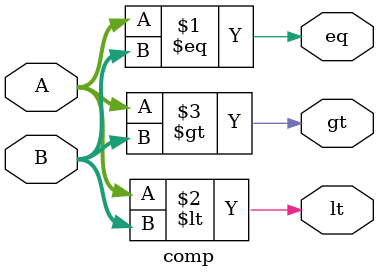
<source format=v>
module comp(output eq, lt, gt, input [15:0] A, B);
assign eq = (A == B);
assign lt = (A < B);
assign gt = (A > B);
endmodule

</source>
